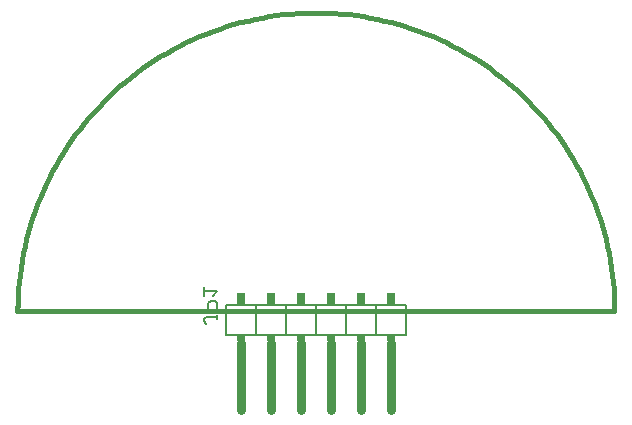
<source format=gbo>
G75*
%MOIN*%
%OFA0B0*%
%FSLAX25Y25*%
%IPPOS*%
%LPD*%
%AMOC8*
5,1,8,0,0,1.08239X$1,22.5*
%
%ADD10C,0.01600*%
%ADD11C,0.00600*%
%ADD12C,0.03000*%
%ADD13C,0.00500*%
%ADD14R,0.03000X0.02000*%
%ADD15R,0.03000X0.04000*%
D10*
X0001800Y0035590D02*
X0200800Y0035590D01*
X0200770Y0038013D01*
X0200682Y0040434D01*
X0200535Y0042853D01*
X0200328Y0045267D01*
X0200063Y0047676D01*
X0199740Y0050077D01*
X0199358Y0052470D01*
X0198918Y0054853D01*
X0198420Y0057224D01*
X0197864Y0059583D01*
X0197251Y0061927D01*
X0196581Y0064256D01*
X0195855Y0066568D01*
X0195073Y0068861D01*
X0194235Y0071134D01*
X0193342Y0073387D01*
X0192394Y0075617D01*
X0191392Y0077823D01*
X0190337Y0080005D01*
X0189229Y0082160D01*
X0188069Y0084287D01*
X0186857Y0086386D01*
X0185595Y0088454D01*
X0184283Y0090491D01*
X0182921Y0092495D01*
X0181511Y0094466D01*
X0180054Y0096402D01*
X0178550Y0098301D01*
X0177000Y0100164D01*
X0175405Y0101988D01*
X0173766Y0103773D01*
X0172084Y0105517D01*
X0170360Y0107220D01*
X0168596Y0108881D01*
X0166791Y0110498D01*
X0164947Y0112070D01*
X0163066Y0113598D01*
X0161148Y0115079D01*
X0159195Y0116512D01*
X0157207Y0117898D01*
X0155186Y0119235D01*
X0153134Y0120523D01*
X0151050Y0121760D01*
X0148937Y0122945D01*
X0146796Y0124080D01*
X0144627Y0125161D01*
X0142433Y0126190D01*
X0140215Y0127164D01*
X0137973Y0128085D01*
X0135710Y0128951D01*
X0133427Y0129761D01*
X0131124Y0130515D01*
X0128804Y0131213D01*
X0126467Y0131855D01*
X0124115Y0132439D01*
X0121750Y0132966D01*
X0119373Y0133435D01*
X0116985Y0133846D01*
X0114588Y0134199D01*
X0112182Y0134493D01*
X0109771Y0134729D01*
X0107354Y0134906D01*
X0104934Y0135024D01*
X0102512Y0135083D01*
X0100088Y0135083D01*
X0097666Y0135024D01*
X0095246Y0134906D01*
X0092829Y0134729D01*
X0090418Y0134493D01*
X0088012Y0134199D01*
X0085615Y0133846D01*
X0083227Y0133435D01*
X0080850Y0132966D01*
X0078485Y0132439D01*
X0076133Y0131855D01*
X0073796Y0131213D01*
X0071476Y0130515D01*
X0069173Y0129761D01*
X0066890Y0128951D01*
X0064627Y0128085D01*
X0062385Y0127164D01*
X0060167Y0126190D01*
X0057973Y0125161D01*
X0055804Y0124080D01*
X0053663Y0122945D01*
X0051550Y0121760D01*
X0049466Y0120523D01*
X0047414Y0119235D01*
X0045393Y0117898D01*
X0043405Y0116512D01*
X0041452Y0115079D01*
X0039534Y0113598D01*
X0037653Y0112070D01*
X0035809Y0110498D01*
X0034004Y0108881D01*
X0032240Y0107220D01*
X0030516Y0105517D01*
X0028834Y0103773D01*
X0027195Y0101988D01*
X0025600Y0100164D01*
X0024050Y0098301D01*
X0022546Y0096402D01*
X0021089Y0094466D01*
X0019679Y0092495D01*
X0018317Y0090491D01*
X0017005Y0088454D01*
X0015743Y0086386D01*
X0014531Y0084287D01*
X0013371Y0082160D01*
X0012263Y0080005D01*
X0011208Y0077823D01*
X0010206Y0075617D01*
X0009258Y0073387D01*
X0008365Y0071134D01*
X0007527Y0068861D01*
X0006745Y0066568D01*
X0006019Y0064256D01*
X0005349Y0061927D01*
X0004736Y0059583D01*
X0004180Y0057224D01*
X0003682Y0054853D01*
X0003242Y0052470D01*
X0002860Y0050077D01*
X0002537Y0047676D01*
X0002272Y0045267D01*
X0002065Y0042853D01*
X0001918Y0040434D01*
X0001830Y0038013D01*
X0001800Y0035590D01*
X0001800Y0035840D02*
X0001800Y0036840D01*
D11*
X0071200Y0037500D02*
X0071200Y0027500D01*
X0081200Y0027500D01*
X0091200Y0027500D01*
X0101200Y0027500D01*
X0111200Y0027500D01*
X0121200Y0027500D01*
X0131200Y0027500D01*
X0131200Y0037500D01*
X0121200Y0037500D01*
X0121200Y0027500D01*
X0111200Y0027500D02*
X0111200Y0037500D01*
X0121200Y0037500D01*
X0111200Y0037500D02*
X0101200Y0037500D01*
X0101200Y0027500D01*
X0091200Y0027500D02*
X0091200Y0037500D01*
X0101200Y0037500D01*
X0091200Y0037500D02*
X0081200Y0037500D01*
X0081200Y0027500D01*
X0081200Y0037500D02*
X0071200Y0037500D01*
D12*
X0076200Y0025000D02*
X0076200Y0002500D01*
X0086200Y0002500D02*
X0086200Y0025000D01*
X0096200Y0025000D02*
X0096200Y0002500D01*
X0106200Y0002500D02*
X0106200Y0025000D01*
X0116200Y0025000D02*
X0116200Y0002500D01*
X0126200Y0002500D02*
X0126200Y0025000D01*
D13*
X0068454Y0032939D02*
X0068454Y0034441D01*
X0068454Y0033690D02*
X0064701Y0033690D01*
X0063950Y0032939D01*
X0063950Y0032189D01*
X0064701Y0031438D01*
X0065451Y0036042D02*
X0065451Y0038294D01*
X0066202Y0039045D01*
X0067703Y0039045D01*
X0068454Y0038294D01*
X0068454Y0036042D01*
X0063950Y0036042D01*
X0063950Y0040646D02*
X0063950Y0043649D01*
X0063950Y0042147D02*
X0068454Y0042147D01*
X0066953Y0040646D01*
D14*
X0076200Y0026500D03*
X0086200Y0026500D03*
X0096200Y0026500D03*
X0106200Y0026500D03*
X0116200Y0026500D03*
X0126200Y0026500D03*
D15*
X0126200Y0039500D03*
X0116200Y0039500D03*
X0106200Y0039500D03*
X0096200Y0039500D03*
X0086200Y0039500D03*
X0076200Y0039500D03*
M02*

</source>
